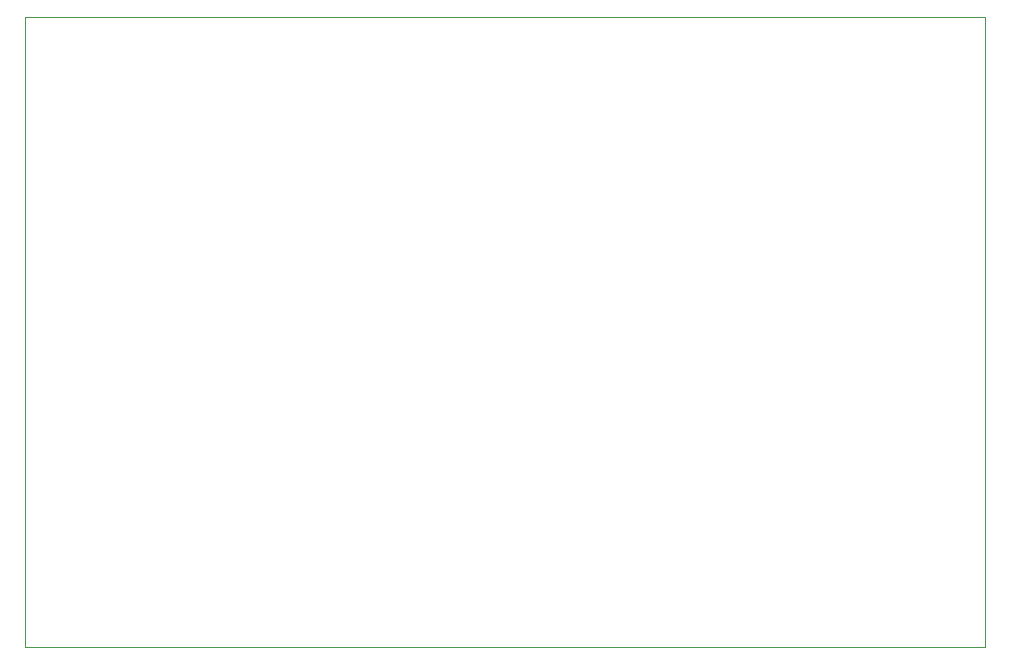
<source format=gm1>
G04 Layer_Color=16711935*
%FSLAX24Y24*%
%MOIN*%
G70*
G01*
G75*
%ADD26C,0.0039*%
G54D26*
X0Y0D02*
Y21000D01*
Y0D02*
X32000D01*
Y21000D01*
X0D02*
X32000D01*
M02*

</source>
